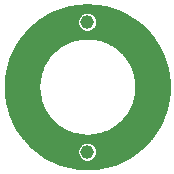
<source format=gbl>
G75*
%MOIN*%
%OFA0B0*%
%FSLAX25Y25*%
%IPPOS*%
%LPD*%
%AMOC8*
5,1,8,0,0,1.08239X$1,22.5*
%
%ADD10C,0.04553*%
%ADD11C,0.00300*%
D10*
X0014930Y0032648D03*
X0036583Y0054301D03*
X0036583Y0010994D03*
D11*
X0015931Y0014464D02*
X0057235Y0014464D01*
X0057502Y0014762D02*
X0015665Y0014762D01*
X0015398Y0015061D02*
X0057768Y0015061D01*
X0058035Y0015359D02*
X0015131Y0015359D01*
X0015037Y0015465D02*
X0013248Y0017985D01*
X0011753Y0020690D01*
X0010571Y0023546D01*
X0009715Y0026515D01*
X0009197Y0029562D01*
X0009024Y0032648D01*
X0009197Y0035733D01*
X0009715Y0038780D01*
X0010571Y0041750D01*
X0011753Y0044605D01*
X0013248Y0047310D01*
X0015037Y0049831D01*
X0017096Y0052135D01*
X0019400Y0054194D01*
X0021921Y0055983D01*
X0024626Y0057478D01*
X0027481Y0058660D01*
X0030451Y0059516D01*
X0033497Y0060034D01*
X0036583Y0060207D01*
X0039669Y0060034D01*
X0042716Y0059516D01*
X0045685Y0058660D01*
X0048541Y0057478D01*
X0051245Y0055983D01*
X0053766Y0054194D01*
X0056070Y0052135D01*
X0058130Y0049831D01*
X0059918Y0047310D01*
X0061413Y0044605D01*
X0062596Y0041750D01*
X0063451Y0038780D01*
X0063969Y0035733D01*
X0064142Y0032648D01*
X0063969Y0029562D01*
X0063451Y0026515D01*
X0062596Y0023546D01*
X0061413Y0020690D01*
X0059918Y0017985D01*
X0058130Y0015465D01*
X0056070Y0013161D01*
X0053766Y0011101D01*
X0051245Y0009313D01*
X0048541Y0007818D01*
X0045685Y0006635D01*
X0042716Y0005780D01*
X0039669Y0005262D01*
X0036583Y0005089D01*
X0033497Y0005262D01*
X0030451Y0005780D01*
X0027481Y0006635D01*
X0024626Y0007818D01*
X0021921Y0009313D01*
X0019400Y0011101D01*
X0017096Y0013161D01*
X0015037Y0015465D01*
X0014900Y0015658D02*
X0058266Y0015658D01*
X0058478Y0015956D02*
X0014688Y0015956D01*
X0014476Y0016255D02*
X0058690Y0016255D01*
X0058902Y0016553D02*
X0014264Y0016553D01*
X0014053Y0016852D02*
X0033908Y0016852D01*
X0034369Y0016760D02*
X0034384Y0016743D01*
X0034488Y0016736D01*
X0034591Y0016716D01*
X0034610Y0016728D01*
X0036462Y0016607D01*
X0036479Y0016592D01*
X0036583Y0016599D01*
X0036687Y0016592D01*
X0036704Y0016607D01*
X0038557Y0016728D01*
X0038575Y0016716D01*
X0038678Y0016736D01*
X0038782Y0016743D01*
X0038797Y0016760D01*
X0040618Y0017122D01*
X0040638Y0017112D01*
X0040737Y0017146D01*
X0040839Y0017166D01*
X0040852Y0017185D01*
X0042610Y0017782D01*
X0042631Y0017774D01*
X0042725Y0017821D01*
X0042824Y0017854D01*
X0042834Y0017874D01*
X0044498Y0018695D01*
X0044520Y0018691D01*
X0044607Y0018749D01*
X0044701Y0018795D01*
X0044708Y0018817D01*
X0046252Y0019848D01*
X0046274Y0019847D01*
X0046353Y0019915D01*
X0046440Y0019974D01*
X0046444Y0019996D01*
X0047840Y0021220D01*
X0047862Y0021221D01*
X0047931Y0021300D01*
X0048010Y0021369D01*
X0048011Y0021391D01*
X0049235Y0022787D01*
X0049257Y0022791D01*
X0049315Y0022878D01*
X0049384Y0022957D01*
X0049383Y0022979D01*
X0050414Y0024522D01*
X0050435Y0024530D01*
X0050482Y0024623D01*
X0050540Y0024710D01*
X0050535Y0024732D01*
X0051356Y0026397D01*
X0051376Y0026407D01*
X0051410Y0026506D01*
X0051456Y0026600D01*
X0051449Y0026621D01*
X0052046Y0028379D01*
X0052064Y0028391D01*
X0052085Y0028494D01*
X0052119Y0028593D01*
X0052109Y0028613D01*
X0052471Y0030434D01*
X0052488Y0030449D01*
X0052494Y0030553D01*
X0052515Y0030656D01*
X0052502Y0030674D01*
X0052624Y0032527D01*
X0052639Y0032543D01*
X0052632Y0032648D01*
X0052639Y0032752D01*
X0052624Y0032769D01*
X0052502Y0034621D01*
X0052515Y0034640D01*
X0052494Y0034743D01*
X0052488Y0034847D01*
X0052471Y0034862D01*
X0052109Y0036682D01*
X0052119Y0036702D01*
X0052085Y0036801D01*
X0052064Y0036904D01*
X0052046Y0036917D01*
X0051449Y0038674D01*
X0051456Y0038696D01*
X0051410Y0038789D01*
X0051376Y0038888D01*
X0051356Y0038898D01*
X0050535Y0040563D01*
X0050540Y0040585D01*
X0050482Y0040672D01*
X0050435Y0040766D01*
X0050414Y0040773D01*
X0049383Y0042317D01*
X0049384Y0042339D01*
X0049315Y0042418D01*
X0049257Y0042505D01*
X0049235Y0042509D01*
X0048011Y0043905D01*
X0048010Y0043927D01*
X0047931Y0043996D01*
X0047862Y0044075D01*
X0047840Y0044076D01*
X0046444Y0045300D01*
X0046440Y0045322D01*
X0046353Y0045380D01*
X0046274Y0045449D01*
X0046252Y0045448D01*
X0044708Y0046479D01*
X0044701Y0046500D01*
X0044607Y0046546D01*
X0044520Y0046604D01*
X0044498Y0046600D01*
X0042834Y0047421D01*
X0042824Y0047441D01*
X0042725Y0047475D01*
X0042631Y0047521D01*
X0042610Y0047514D01*
X0040852Y0048111D01*
X0040839Y0048129D01*
X0040737Y0048150D01*
X0040638Y0048183D01*
X0040618Y0048173D01*
X0038797Y0048535D01*
X0038782Y0048552D01*
X0038678Y0048559D01*
X0038575Y0048580D01*
X0038557Y0048567D01*
X0036704Y0048688D01*
X0036687Y0048703D01*
X0036583Y0048696D01*
X0036479Y0048703D01*
X0036462Y0048688D01*
X0034610Y0048567D01*
X0034591Y0048580D01*
X0034488Y0048559D01*
X0034384Y0048552D01*
X0034369Y0048535D01*
X0032549Y0048173D01*
X0032528Y0048183D01*
X0032429Y0048150D01*
X0032327Y0048129D01*
X0032314Y0048111D01*
X0030557Y0047514D01*
X0030535Y0047521D01*
X0030442Y0047475D01*
X0030342Y0047441D01*
X0030333Y0047421D01*
X0028668Y0046600D01*
X0028646Y0046604D01*
X0028559Y0046546D01*
X0028465Y0046500D01*
X0028458Y0046479D01*
X0026914Y0045448D01*
X0026892Y0045449D01*
X0026813Y0045380D01*
X0026726Y0045322D01*
X0026722Y0045300D01*
X0025326Y0044076D01*
X0025304Y0044075D01*
X0025235Y0043996D01*
X0025156Y0043927D01*
X0025155Y0043905D01*
X0023931Y0042509D01*
X0023909Y0042505D01*
X0023851Y0042418D01*
X0023782Y0042339D01*
X0023783Y0042317D01*
X0022752Y0040773D01*
X0022731Y0040766D01*
X0022685Y0040672D01*
X0022626Y0040585D01*
X0022631Y0040563D01*
X0021810Y0038898D01*
X0021790Y0038888D01*
X0021756Y0038789D01*
X0021710Y0038696D01*
X0021717Y0038674D01*
X0021120Y0036917D01*
X0021102Y0036904D01*
X0021081Y0036801D01*
X0021048Y0036702D01*
X0021058Y0036682D01*
X0020695Y0034862D01*
X0020679Y0034847D01*
X0020672Y0034743D01*
X0020651Y0034640D01*
X0020664Y0034621D01*
X0020542Y0032769D01*
X0020528Y0032752D01*
X0020534Y0032648D01*
X0020528Y0032543D01*
X0020542Y0032527D01*
X0020664Y0030674D01*
X0020651Y0030656D01*
X0020672Y0030553D01*
X0020679Y0030449D01*
X0020695Y0030434D01*
X0021058Y0028613D01*
X0021048Y0028593D01*
X0021081Y0028494D01*
X0021102Y0028391D01*
X0021120Y0028379D01*
X0021717Y0026621D01*
X0021710Y0026600D01*
X0021756Y0026506D01*
X0021790Y0026407D01*
X0021810Y0026397D01*
X0022631Y0024732D01*
X0022626Y0024710D01*
X0022685Y0024623D01*
X0022731Y0024530D01*
X0022752Y0024522D01*
X0023783Y0022979D01*
X0023782Y0022957D01*
X0023851Y0022878D01*
X0023909Y0022791D01*
X0023931Y0022787D01*
X0025155Y0021391D01*
X0025156Y0021369D01*
X0025235Y0021300D01*
X0025304Y0021221D01*
X0025326Y0021220D01*
X0026722Y0019996D01*
X0026726Y0019974D01*
X0026813Y0019915D01*
X0026892Y0019847D01*
X0026914Y0019848D01*
X0028458Y0018817D01*
X0028465Y0018795D01*
X0028559Y0018749D01*
X0028646Y0018691D01*
X0028668Y0018695D01*
X0030333Y0017874D01*
X0030342Y0017854D01*
X0030442Y0017821D01*
X0030535Y0017774D01*
X0030557Y0017782D01*
X0032314Y0017185D01*
X0032327Y0017166D01*
X0032429Y0017146D01*
X0032528Y0017112D01*
X0032549Y0017122D01*
X0034369Y0016760D01*
X0032408Y0017150D02*
X0013841Y0017150D01*
X0013629Y0017449D02*
X0031537Y0017449D01*
X0030658Y0017747D02*
X0013417Y0017747D01*
X0013215Y0018046D02*
X0029985Y0018046D01*
X0029380Y0018344D02*
X0013050Y0018344D01*
X0012885Y0018643D02*
X0028775Y0018643D01*
X0028271Y0018941D02*
X0012720Y0018941D01*
X0012555Y0019240D02*
X0027824Y0019240D01*
X0027378Y0019538D02*
X0012390Y0019538D01*
X0012225Y0019837D02*
X0026931Y0019837D01*
X0026563Y0020135D02*
X0012060Y0020135D01*
X0011895Y0020434D02*
X0026222Y0020434D01*
X0025882Y0020732D02*
X0011736Y0020732D01*
X0011612Y0021031D02*
X0025541Y0021031D01*
X0025201Y0021329D02*
X0011489Y0021329D01*
X0011365Y0021628D02*
X0024947Y0021628D01*
X0024685Y0021926D02*
X0011241Y0021926D01*
X0011118Y0022225D02*
X0024423Y0022225D01*
X0024162Y0022523D02*
X0010994Y0022523D01*
X0010870Y0022822D02*
X0023888Y0022822D01*
X0023689Y0023120D02*
X0010747Y0023120D01*
X0010623Y0023419D02*
X0023489Y0023419D01*
X0023290Y0023717D02*
X0010521Y0023717D01*
X0010435Y0024016D02*
X0023090Y0024016D01*
X0022891Y0024315D02*
X0010349Y0024315D01*
X0010263Y0024613D02*
X0022690Y0024613D01*
X0022542Y0024912D02*
X0010177Y0024912D01*
X0010091Y0025210D02*
X0022395Y0025210D01*
X0022248Y0025509D02*
X0010005Y0025509D01*
X0009919Y0025807D02*
X0022101Y0025807D01*
X0021954Y0026106D02*
X0009833Y0026106D01*
X0009747Y0026404D02*
X0021796Y0026404D01*
X0021689Y0026703D02*
X0009683Y0026703D01*
X0009632Y0027001D02*
X0021588Y0027001D01*
X0021487Y0027300D02*
X0009582Y0027300D01*
X0009531Y0027598D02*
X0021385Y0027598D01*
X0021284Y0027897D02*
X0009480Y0027897D01*
X0009430Y0028195D02*
X0021183Y0028195D01*
X0021081Y0028494D02*
X0009379Y0028494D01*
X0009328Y0028792D02*
X0021022Y0028792D01*
X0020963Y0029091D02*
X0009277Y0029091D01*
X0009227Y0029389D02*
X0020903Y0029389D01*
X0020844Y0029688D02*
X0009190Y0029688D01*
X0009173Y0029986D02*
X0020784Y0029986D01*
X0020725Y0030285D02*
X0009157Y0030285D01*
X0009140Y0030583D02*
X0020666Y0030583D01*
X0020650Y0030882D02*
X0009123Y0030882D01*
X0009106Y0031180D02*
X0020631Y0031180D01*
X0020611Y0031479D02*
X0009090Y0031479D01*
X0009073Y0031777D02*
X0020591Y0031777D01*
X0020572Y0032076D02*
X0009056Y0032076D01*
X0009039Y0032374D02*
X0020552Y0032374D01*
X0020533Y0032673D02*
X0009025Y0032673D01*
X0009042Y0032971D02*
X0020556Y0032971D01*
X0020575Y0033270D02*
X0009059Y0033270D01*
X0009076Y0033568D02*
X0020595Y0033568D01*
X0020614Y0033867D02*
X0009092Y0033867D01*
X0009109Y0034165D02*
X0020634Y0034165D01*
X0020653Y0034464D02*
X0009126Y0034464D01*
X0009143Y0034762D02*
X0020673Y0034762D01*
X0020735Y0035061D02*
X0009160Y0035061D01*
X0009176Y0035359D02*
X0020794Y0035359D01*
X0020854Y0035658D02*
X0009193Y0035658D01*
X0009235Y0035956D02*
X0020913Y0035956D01*
X0020973Y0036255D02*
X0009286Y0036255D01*
X0009337Y0036553D02*
X0021032Y0036553D01*
X0021091Y0036852D02*
X0009387Y0036852D01*
X0009438Y0037151D02*
X0021200Y0037151D01*
X0021301Y0037449D02*
X0009489Y0037449D01*
X0009540Y0037748D02*
X0021402Y0037748D01*
X0021504Y0038046D02*
X0009590Y0038046D01*
X0009641Y0038345D02*
X0021605Y0038345D01*
X0021706Y0038643D02*
X0009692Y0038643D01*
X0009761Y0038942D02*
X0021831Y0038942D01*
X0021978Y0039240D02*
X0009847Y0039240D01*
X0009933Y0039539D02*
X0022126Y0039539D01*
X0022273Y0039837D02*
X0010019Y0039837D01*
X0010105Y0040136D02*
X0022420Y0040136D01*
X0022567Y0040434D02*
X0010191Y0040434D01*
X0010277Y0040733D02*
X0022714Y0040733D01*
X0022924Y0041031D02*
X0010363Y0041031D01*
X0010449Y0041330D02*
X0023124Y0041330D01*
X0023323Y0041628D02*
X0010535Y0041628D01*
X0010644Y0041927D02*
X0023523Y0041927D01*
X0023722Y0042225D02*
X0010767Y0042225D01*
X0010891Y0042524D02*
X0023944Y0042524D01*
X0024206Y0042822D02*
X0011015Y0042822D01*
X0011138Y0043121D02*
X0024467Y0043121D01*
X0024729Y0043419D02*
X0011262Y0043419D01*
X0011386Y0043718D02*
X0024991Y0043718D01*
X0025253Y0044016D02*
X0011509Y0044016D01*
X0011633Y0044315D02*
X0025599Y0044315D01*
X0025939Y0044613D02*
X0011758Y0044613D01*
X0011923Y0044912D02*
X0026279Y0044912D01*
X0026620Y0045210D02*
X0012088Y0045210D01*
X0012253Y0045509D02*
X0027006Y0045509D01*
X0027453Y0045807D02*
X0012418Y0045807D01*
X0012583Y0046106D02*
X0027900Y0046106D01*
X0028346Y0046404D02*
X0012748Y0046404D01*
X0012913Y0046703D02*
X0028876Y0046703D01*
X0029482Y0047001D02*
X0013078Y0047001D01*
X0013243Y0047300D02*
X0030087Y0047300D01*
X0030806Y0047598D02*
X0013453Y0047598D01*
X0013665Y0047897D02*
X0031685Y0047897D01*
X0032660Y0048195D02*
X0013876Y0048195D01*
X0014088Y0048494D02*
X0034161Y0048494D01*
X0035488Y0051479D02*
X0016510Y0051479D01*
X0016776Y0051778D02*
X0034827Y0051778D01*
X0034869Y0051736D02*
X0035981Y0051275D01*
X0037185Y0051275D01*
X0038297Y0051736D01*
X0039149Y0052587D01*
X0039609Y0053699D01*
X0039609Y0054903D01*
X0039149Y0056016D01*
X0038297Y0056867D01*
X0037185Y0057328D01*
X0035981Y0057328D01*
X0034869Y0056867D01*
X0034017Y0056016D01*
X0033557Y0054903D01*
X0033557Y0053699D01*
X0034017Y0052587D01*
X0034869Y0051736D01*
X0034528Y0052076D02*
X0017043Y0052076D01*
X0017364Y0052375D02*
X0034230Y0052375D01*
X0033982Y0052673D02*
X0017698Y0052673D01*
X0018032Y0052972D02*
X0033858Y0052972D01*
X0033734Y0053270D02*
X0018366Y0053270D01*
X0018700Y0053569D02*
X0033611Y0053569D01*
X0033557Y0053867D02*
X0019034Y0053867D01*
X0019368Y0054166D02*
X0033557Y0054166D01*
X0033557Y0054464D02*
X0019781Y0054464D01*
X0020201Y0054763D02*
X0033557Y0054763D01*
X0033622Y0055061D02*
X0020622Y0055061D01*
X0021043Y0055360D02*
X0033746Y0055360D01*
X0033869Y0055658D02*
X0021463Y0055658D01*
X0021884Y0055957D02*
X0033993Y0055957D01*
X0034257Y0056255D02*
X0022414Y0056255D01*
X0022954Y0056554D02*
X0034556Y0056554D01*
X0034854Y0056852D02*
X0023494Y0056852D01*
X0024034Y0057151D02*
X0035554Y0057151D01*
X0037612Y0057151D02*
X0049132Y0057151D01*
X0048592Y0057449D02*
X0024574Y0057449D01*
X0025278Y0057748D02*
X0047888Y0057748D01*
X0047168Y0058046D02*
X0025999Y0058046D01*
X0026719Y0058345D02*
X0046447Y0058345D01*
X0045726Y0058643D02*
X0027440Y0058643D01*
X0028458Y0058942D02*
X0044708Y0058942D01*
X0043672Y0059240D02*
X0029494Y0059240D01*
X0030586Y0059539D02*
X0042580Y0059539D01*
X0040823Y0059837D02*
X0032343Y0059837D01*
X0035320Y0060136D02*
X0037846Y0060136D01*
X0038312Y0056852D02*
X0049672Y0056852D01*
X0050212Y0056554D02*
X0038611Y0056554D01*
X0038909Y0056255D02*
X0050752Y0056255D01*
X0051282Y0055957D02*
X0039173Y0055957D01*
X0039297Y0055658D02*
X0051703Y0055658D01*
X0052123Y0055360D02*
X0039420Y0055360D01*
X0039544Y0055061D02*
X0052544Y0055061D01*
X0052965Y0054763D02*
X0039609Y0054763D01*
X0039609Y0054464D02*
X0053386Y0054464D01*
X0053798Y0054166D02*
X0039609Y0054166D01*
X0039609Y0053867D02*
X0054132Y0053867D01*
X0054466Y0053569D02*
X0039555Y0053569D01*
X0039432Y0053270D02*
X0054800Y0053270D01*
X0055134Y0052972D02*
X0039308Y0052972D01*
X0039184Y0052673D02*
X0055468Y0052673D01*
X0055802Y0052375D02*
X0038936Y0052375D01*
X0038638Y0052076D02*
X0056123Y0052076D01*
X0056390Y0051778D02*
X0038339Y0051778D01*
X0037678Y0051479D02*
X0056656Y0051479D01*
X0056923Y0051181D02*
X0016243Y0051181D01*
X0015976Y0050882D02*
X0057190Y0050882D01*
X0057457Y0050584D02*
X0015709Y0050584D01*
X0015443Y0050285D02*
X0057723Y0050285D01*
X0057990Y0049986D02*
X0015176Y0049986D01*
X0014935Y0049688D02*
X0058231Y0049688D01*
X0058443Y0049389D02*
X0014724Y0049389D01*
X0014512Y0049091D02*
X0058654Y0049091D01*
X0058866Y0048792D02*
X0014300Y0048792D01*
X0039006Y0048494D02*
X0059078Y0048494D01*
X0059290Y0048195D02*
X0040506Y0048195D01*
X0041481Y0047897D02*
X0059502Y0047897D01*
X0059713Y0047598D02*
X0042361Y0047598D01*
X0043079Y0047300D02*
X0059924Y0047300D01*
X0060089Y0047001D02*
X0043685Y0047001D01*
X0044290Y0046703D02*
X0060254Y0046703D01*
X0060419Y0046404D02*
X0044820Y0046404D01*
X0045267Y0046106D02*
X0060584Y0046106D01*
X0060749Y0045807D02*
X0045713Y0045807D01*
X0046160Y0045509D02*
X0060913Y0045509D01*
X0061078Y0045210D02*
X0046546Y0045210D01*
X0046887Y0044912D02*
X0061243Y0044912D01*
X0061408Y0044613D02*
X0047227Y0044613D01*
X0047568Y0044315D02*
X0061533Y0044315D01*
X0061657Y0044016D02*
X0047913Y0044016D01*
X0048175Y0043718D02*
X0061781Y0043718D01*
X0061904Y0043419D02*
X0048437Y0043419D01*
X0048699Y0043121D02*
X0062028Y0043121D01*
X0062151Y0042822D02*
X0048960Y0042822D01*
X0049222Y0042524D02*
X0062275Y0042524D01*
X0062399Y0042225D02*
X0049444Y0042225D01*
X0049643Y0041927D02*
X0062522Y0041927D01*
X0062631Y0041628D02*
X0049843Y0041628D01*
X0050042Y0041330D02*
X0062717Y0041330D01*
X0062803Y0041031D02*
X0050242Y0041031D01*
X0050452Y0040733D02*
X0062889Y0040733D01*
X0062975Y0040434D02*
X0050599Y0040434D01*
X0050746Y0040136D02*
X0063061Y0040136D01*
X0063147Y0039837D02*
X0050893Y0039837D01*
X0051041Y0039539D02*
X0063233Y0039539D01*
X0063319Y0039240D02*
X0051188Y0039240D01*
X0051335Y0038942D02*
X0063405Y0038942D01*
X0063474Y0038643D02*
X0051460Y0038643D01*
X0051561Y0038345D02*
X0063525Y0038345D01*
X0063576Y0038046D02*
X0051662Y0038046D01*
X0051764Y0037748D02*
X0063627Y0037748D01*
X0063677Y0037449D02*
X0051865Y0037449D01*
X0051966Y0037151D02*
X0063728Y0037151D01*
X0063779Y0036852D02*
X0052075Y0036852D01*
X0052134Y0036553D02*
X0063829Y0036553D01*
X0063880Y0036255D02*
X0052194Y0036255D01*
X0052253Y0035956D02*
X0063931Y0035956D01*
X0063973Y0035658D02*
X0052312Y0035658D01*
X0052372Y0035359D02*
X0063990Y0035359D01*
X0064007Y0035061D02*
X0052431Y0035061D01*
X0052493Y0034762D02*
X0064023Y0034762D01*
X0064040Y0034464D02*
X0052513Y0034464D01*
X0052532Y0034165D02*
X0064057Y0034165D01*
X0064074Y0033867D02*
X0052552Y0033867D01*
X0052571Y0033568D02*
X0064090Y0033568D01*
X0064107Y0033270D02*
X0052591Y0033270D01*
X0052611Y0032971D02*
X0064124Y0032971D01*
X0064141Y0032673D02*
X0052633Y0032673D01*
X0052614Y0032374D02*
X0064127Y0032374D01*
X0064110Y0032076D02*
X0052594Y0032076D01*
X0052575Y0031777D02*
X0064093Y0031777D01*
X0064076Y0031479D02*
X0052555Y0031479D01*
X0052536Y0031180D02*
X0064060Y0031180D01*
X0064043Y0030882D02*
X0052516Y0030882D01*
X0052500Y0030583D02*
X0064026Y0030583D01*
X0064009Y0030285D02*
X0052441Y0030285D01*
X0052382Y0029986D02*
X0063993Y0029986D01*
X0063976Y0029688D02*
X0052322Y0029688D01*
X0052263Y0029389D02*
X0063939Y0029389D01*
X0063889Y0029091D02*
X0052204Y0029091D01*
X0052144Y0028792D02*
X0063838Y0028792D01*
X0063787Y0028494D02*
X0052085Y0028494D01*
X0051983Y0028195D02*
X0063737Y0028195D01*
X0063686Y0027897D02*
X0051882Y0027897D01*
X0051781Y0027598D02*
X0063635Y0027598D01*
X0063584Y0027300D02*
X0051679Y0027300D01*
X0051578Y0027001D02*
X0063534Y0027001D01*
X0063483Y0026703D02*
X0051477Y0026703D01*
X0051370Y0026404D02*
X0063419Y0026404D01*
X0063333Y0026106D02*
X0051213Y0026106D01*
X0051065Y0025807D02*
X0063247Y0025807D01*
X0063161Y0025509D02*
X0050918Y0025509D01*
X0050771Y0025210D02*
X0063075Y0025210D01*
X0062989Y0024912D02*
X0050624Y0024912D01*
X0050476Y0024613D02*
X0062903Y0024613D01*
X0062817Y0024315D02*
X0050275Y0024315D01*
X0050076Y0024016D02*
X0062731Y0024016D01*
X0062645Y0023717D02*
X0049876Y0023717D01*
X0049677Y0023419D02*
X0062543Y0023419D01*
X0062420Y0023120D02*
X0049477Y0023120D01*
X0049278Y0022822D02*
X0062296Y0022822D01*
X0062172Y0022523D02*
X0049004Y0022523D01*
X0048743Y0022225D02*
X0062049Y0022225D01*
X0061925Y0021926D02*
X0048481Y0021926D01*
X0048219Y0021628D02*
X0061801Y0021628D01*
X0061678Y0021329D02*
X0047965Y0021329D01*
X0047625Y0021031D02*
X0061554Y0021031D01*
X0061430Y0020732D02*
X0047284Y0020732D01*
X0046944Y0020434D02*
X0061271Y0020434D01*
X0061106Y0020135D02*
X0046604Y0020135D01*
X0046235Y0019837D02*
X0060941Y0019837D01*
X0060776Y0019538D02*
X0045788Y0019538D01*
X0045342Y0019240D02*
X0060611Y0019240D01*
X0060446Y0018941D02*
X0044895Y0018941D01*
X0044392Y0018643D02*
X0060281Y0018643D01*
X0060116Y0018344D02*
X0043786Y0018344D01*
X0043181Y0018046D02*
X0059951Y0018046D01*
X0059749Y0017747D02*
X0042508Y0017747D01*
X0041629Y0017449D02*
X0059537Y0017449D01*
X0059325Y0017150D02*
X0040758Y0017150D01*
X0039258Y0016852D02*
X0059114Y0016852D01*
X0056968Y0014165D02*
X0016198Y0014165D01*
X0016465Y0013867D02*
X0035609Y0013867D01*
X0035981Y0014021D02*
X0034869Y0013560D01*
X0034017Y0012709D01*
X0033557Y0011596D01*
X0033557Y0010392D01*
X0034017Y0009280D01*
X0034869Y0008429D01*
X0035981Y0007968D01*
X0037185Y0007968D01*
X0038297Y0008429D01*
X0039149Y0009280D01*
X0039609Y0010392D01*
X0039609Y0011596D01*
X0039149Y0012709D01*
X0038297Y0013560D01*
X0037185Y0014021D01*
X0035981Y0014021D01*
X0034889Y0013568D02*
X0016732Y0013568D01*
X0016998Y0013270D02*
X0034579Y0013270D01*
X0034280Y0012971D02*
X0017308Y0012971D01*
X0017642Y0012673D02*
X0034003Y0012673D01*
X0033879Y0012374D02*
X0017976Y0012374D01*
X0018310Y0012076D02*
X0033755Y0012076D01*
X0033632Y0011777D02*
X0018644Y0011777D01*
X0018978Y0011479D02*
X0033557Y0011479D01*
X0033557Y0011180D02*
X0019312Y0011180D01*
X0019710Y0010882D02*
X0033557Y0010882D01*
X0033557Y0010583D02*
X0020131Y0010583D01*
X0020551Y0010284D02*
X0033601Y0010284D01*
X0033725Y0009986D02*
X0020972Y0009986D01*
X0021393Y0009687D02*
X0033849Y0009687D01*
X0033972Y0009389D02*
X0021814Y0009389D01*
X0022323Y0009090D02*
X0034207Y0009090D01*
X0034505Y0008792D02*
X0022863Y0008792D01*
X0023403Y0008493D02*
X0034804Y0008493D01*
X0035433Y0008195D02*
X0023944Y0008195D01*
X0024484Y0007896D02*
X0048682Y0007896D01*
X0049223Y0008195D02*
X0037733Y0008195D01*
X0038362Y0008493D02*
X0049763Y0008493D01*
X0050303Y0008792D02*
X0038661Y0008792D01*
X0038959Y0009090D02*
X0050843Y0009090D01*
X0051353Y0009389D02*
X0039194Y0009389D01*
X0039317Y0009687D02*
X0051773Y0009687D01*
X0052194Y0009986D02*
X0039441Y0009986D01*
X0039565Y0010284D02*
X0052615Y0010284D01*
X0053035Y0010583D02*
X0039609Y0010583D01*
X0039609Y0010882D02*
X0053456Y0010882D01*
X0053854Y0011180D02*
X0039609Y0011180D01*
X0039609Y0011479D02*
X0054188Y0011479D01*
X0054522Y0011777D02*
X0039535Y0011777D01*
X0039411Y0012076D02*
X0054856Y0012076D01*
X0055190Y0012374D02*
X0039287Y0012374D01*
X0039164Y0012673D02*
X0055524Y0012673D01*
X0055858Y0012971D02*
X0038886Y0012971D01*
X0038588Y0013270D02*
X0056168Y0013270D01*
X0056434Y0013568D02*
X0038277Y0013568D01*
X0037557Y0013867D02*
X0056701Y0013867D01*
X0048009Y0007598D02*
X0025157Y0007598D01*
X0025878Y0007299D02*
X0047289Y0007299D01*
X0046568Y0007001D02*
X0026598Y0007001D01*
X0027319Y0006702D02*
X0045847Y0006702D01*
X0044882Y0006404D02*
X0028284Y0006404D01*
X0029320Y0006105D02*
X0043846Y0006105D01*
X0042810Y0005807D02*
X0030356Y0005807D01*
X0032048Y0005508D02*
X0041118Y0005508D01*
X0038739Y0005210D02*
X0034427Y0005210D01*
M02*

</source>
